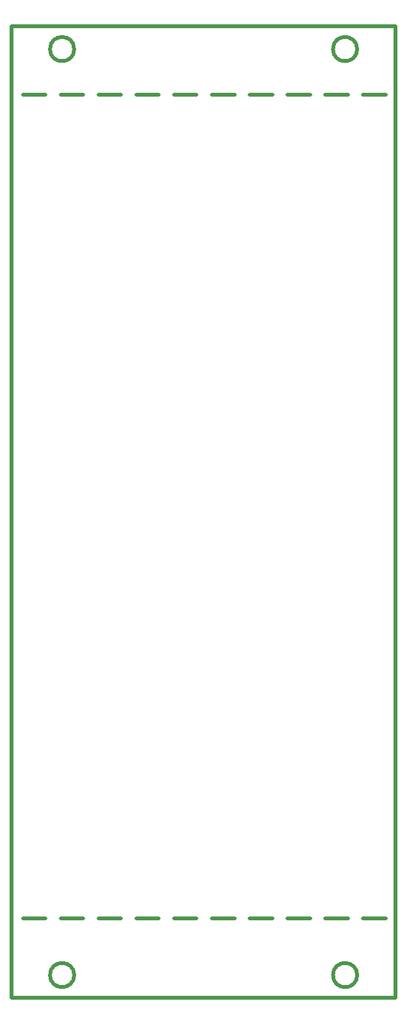
<source format=gbr>
%TF.GenerationSoftware,KiCad,Pcbnew,(6.0.5)*%
%TF.CreationDate,2023-02-22T06:39:25-08:00*%
%TF.ProjectId,wisseq,77697373-6571-42e6-9b69-6361645f7063,rev?*%
%TF.SameCoordinates,Original*%
%TF.FileFunction,Profile,NP*%
%FSLAX46Y46*%
G04 Gerber Fmt 4.6, Leading zero omitted, Abs format (unit mm)*
G04 Created by KiCad (PCBNEW (6.0.5)) date 2023-02-22 06:39:25*
%MOMM*%
%LPD*%
G01*
G04 APERTURE LIST*
%TA.AperFunction,Profile*%
%ADD10C,0.500000*%
%TD*%
G04 APERTURE END LIST*
D10*
X66500000Y-138000000D02*
X69500000Y-138000000D01*
X61500000Y-138000000D02*
X64500000Y-138000000D01*
X56500000Y-138000000D02*
X59500000Y-138000000D01*
X51500000Y-138000000D02*
X54500000Y-138000000D01*
X46500000Y-138000000D02*
X49500000Y-138000000D01*
X41500000Y-138000000D02*
X44500000Y-138000000D01*
X36500000Y-138000000D02*
X39500000Y-138000000D01*
X31500000Y-138000000D02*
X34500000Y-138000000D01*
X26500000Y-138000000D02*
X29500000Y-138000000D01*
X21500000Y-138000000D02*
X24500000Y-138000000D01*
X66500000Y-29000000D02*
X69500000Y-29000000D01*
X61500000Y-29000000D02*
X64500000Y-29000000D01*
X56500000Y-29000000D02*
X59500000Y-29000000D01*
X51500000Y-29000000D02*
X54500000Y-29000000D01*
X46500000Y-29000000D02*
X49500000Y-29000000D01*
X41500000Y-29000000D02*
X44500000Y-29000000D01*
X36500000Y-29000000D02*
X39500000Y-29000000D01*
X31500000Y-29000000D02*
X34500000Y-29000000D01*
X26500000Y-29000000D02*
X29500000Y-29000000D01*
X21500000Y-29000000D02*
X24500000Y-29000000D01*
X65720000Y-145500000D02*
G75*
G03*
X65720000Y-145500000I-1600000J0D01*
G01*
X28280000Y-145500000D02*
G75*
G03*
X28280000Y-145500000I-1600000J0D01*
G01*
X65720000Y-23000000D02*
G75*
G03*
X65720000Y-23000000I-1600000J0D01*
G01*
X28280000Y-23000000D02*
G75*
G03*
X28280000Y-23000000I-1600000J0D01*
G01*
X20000000Y-20000000D02*
X70800000Y-20000000D01*
X70800000Y-20000000D02*
X70800000Y-148500000D01*
X70800000Y-148500000D02*
X20000000Y-148500000D01*
X20000000Y-148500000D02*
X20000000Y-20000000D01*
M02*

</source>
